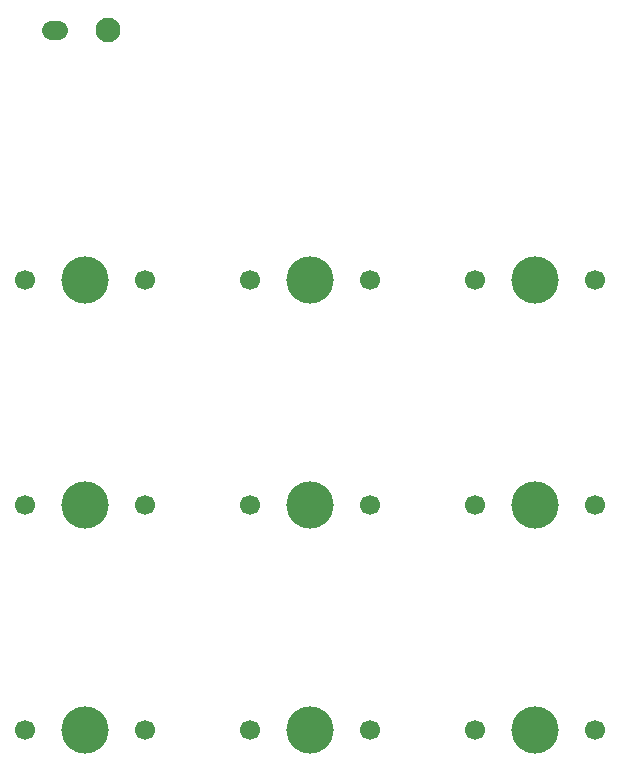
<source format=gbr>
%TF.GenerationSoftware,KiCad,Pcbnew,9.0.2*%
%TF.CreationDate,2025-06-03T16:26:03-04:00*%
%TF.ProjectId,HackpadAllan,4861636b-7061-4644-916c-6c616e2e6b69,rev?*%
%TF.SameCoordinates,Original*%
%TF.FileFunction,NonPlated,1,2,NPTH,Mixed*%
%TF.FilePolarity,Positive*%
%FSLAX46Y46*%
G04 Gerber Fmt 4.6, Leading zero omitted, Abs format (unit mm)*
G04 Created by KiCad (PCBNEW 9.0.2) date 2025-06-03 16:26:03*
%MOMM*%
%LPD*%
G01*
G04 APERTURE LIST*
G04 aperture for slot hole*
%TA.AperFunction,ComponentDrill*%
%ADD10C,1.600000*%
%TD*%
%TA.AperFunction,ComponentDrill*%
%ADD11C,1.700000*%
%TD*%
%TA.AperFunction,ComponentDrill*%
%ADD12C,2.100000*%
%TD*%
%TA.AperFunction,ComponentDrill*%
%ADD13C,4.000000*%
%TD*%
G04 APERTURE END LIST*
D10*
%TO.C,SW10*%
X128693750Y-66850000D02*
X128093750Y-66850000D01*
D11*
%TO.C,SW1*%
X125870000Y-88000000D03*
%TO.C,SW4*%
X125870000Y-107050000D03*
%TO.C,SW7*%
X125870000Y-126100000D03*
%TO.C,SW1*%
X136030000Y-88000000D03*
%TO.C,SW4*%
X136030000Y-107050000D03*
%TO.C,SW7*%
X136030000Y-126100000D03*
%TO.C,SW2*%
X144920000Y-88000000D03*
%TO.C,SW5*%
X144920000Y-107050000D03*
%TO.C,SW8*%
X144920000Y-126100000D03*
%TO.C,SW2*%
X155080000Y-88000000D03*
%TO.C,SW5*%
X155080000Y-107050000D03*
%TO.C,SW8*%
X155080000Y-126100000D03*
%TO.C,SW3*%
X163970000Y-88000000D03*
%TO.C,SW6*%
X163970000Y-107050000D03*
%TO.C,SW9*%
X163970000Y-126100000D03*
%TO.C,SW3*%
X174130000Y-88000000D03*
%TO.C,SW6*%
X174130000Y-107050000D03*
%TO.C,SW9*%
X174130000Y-126100000D03*
D12*
%TO.C,SW10*%
X132893750Y-66850000D03*
D13*
%TO.C,SW1*%
X130950000Y-88000000D03*
%TO.C,SW4*%
X130950000Y-107050000D03*
%TO.C,SW7*%
X130950000Y-126100000D03*
%TO.C,SW2*%
X150000000Y-88000000D03*
%TO.C,SW5*%
X150000000Y-107050000D03*
%TO.C,SW8*%
X150000000Y-126100000D03*
%TO.C,SW3*%
X169050000Y-88000000D03*
%TO.C,SW6*%
X169050000Y-107050000D03*
%TO.C,SW9*%
X169050000Y-126100000D03*
M02*

</source>
